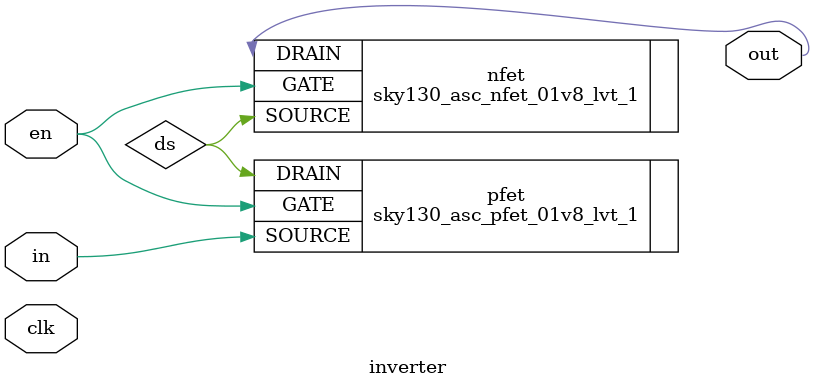
<source format=v>
module inverter (
    input en,
    input in,
    input clk,
    output out
);
wire ds;
sky130_asc_pfet_01v8_lvt_1 pfet(
    .GATE(en),
    .SOURCE(in),
    .DRAIN(ds)
);
sky130_asc_nfet_01v8_lvt_1 nfet(
    .GATE(en),
    .SOURCE(ds),
    .DRAIN(out)
);
endmodule
</source>
